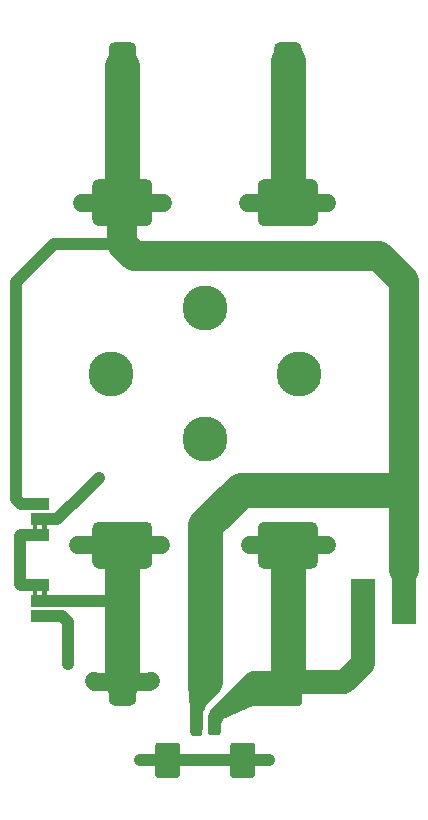
<source format=gtl>
G04 #@! TF.GenerationSoftware,KiCad,Pcbnew,(5.1.7)-1*
G04 #@! TF.CreationDate,2021-07-05T13:34:58+04:00*
G04 #@! TF.ProjectId,pcb_batteryHolder,7063625f-6261-4747-9465-7279486f6c64,1.0*
G04 #@! TF.SameCoordinates,PX8f0d180PY5f5e100*
G04 #@! TF.FileFunction,Copper,L1,Top*
G04 #@! TF.FilePolarity,Positive*
%FSLAX46Y46*%
G04 Gerber Fmt 4.6, Leading zero omitted, Abs format (unit mm)*
G04 Created by KiCad (PCBNEW (5.1.7)-1) date 2021-07-05 13:34:58*
%MOMM*%
%LPD*%
G01*
G04 APERTURE LIST*
G04 #@! TA.AperFunction,EtchedComponent*
%ADD10C,0.100000*%
G04 #@! TD*
G04 #@! TA.AperFunction,SMDPad,CuDef*
%ADD11R,2.000000X3.800000*%
G04 #@! TD*
G04 #@! TA.AperFunction,ComponentPad*
%ADD12C,3.810000*%
G04 #@! TD*
G04 #@! TA.AperFunction,SMDPad,CuDef*
%ADD13R,1.500000X1.000000*%
G04 #@! TD*
G04 #@! TA.AperFunction,ViaPad*
%ADD14C,0.800000*%
G04 #@! TD*
G04 #@! TA.AperFunction,Conductor*
%ADD15C,1.000000*%
G04 #@! TD*
G04 #@! TA.AperFunction,Conductor*
%ADD16C,1.500000*%
G04 #@! TD*
G04 #@! TA.AperFunction,Conductor*
%ADD17C,3.000000*%
G04 #@! TD*
G04 #@! TA.AperFunction,Conductor*
%ADD18C,0.800000*%
G04 #@! TD*
G04 #@! TA.AperFunction,Conductor*
%ADD19C,2.500000*%
G04 #@! TD*
G04 #@! TA.AperFunction,Conductor*
%ADD20C,2.000000*%
G04 #@! TD*
G04 #@! TA.AperFunction,Conductor*
%ADD21C,0.254000*%
G04 #@! TD*
G04 #@! TA.AperFunction,Conductor*
%ADD22C,0.100000*%
G04 #@! TD*
G04 #@! TA.AperFunction,Conductor*
%ADD23C,0.200000*%
G04 #@! TD*
G04 APERTURE END LIST*
D10*
G36*
X-13400000Y-16300000D02*
G01*
X-13400000Y-16800000D01*
X-13800000Y-16800000D01*
X-13800000Y-16300000D01*
X-13400000Y-16300000D01*
G37*
G36*
X-14200000Y-16300000D02*
G01*
X-14200000Y-16800000D01*
X-14600000Y-16800000D01*
X-14600000Y-16300000D01*
X-14200000Y-16300000D01*
G37*
G36*
X-14600000Y-11200000D02*
G01*
X-14600000Y-10700000D01*
X-14200000Y-10700000D01*
X-14200000Y-11200000D01*
X-14600000Y-11200000D01*
G37*
G36*
X-13800000Y-11200000D02*
G01*
X-13800000Y-10700000D01*
X-13400000Y-10700000D01*
X-13400000Y-11200000D01*
X-13800000Y-11200000D01*
G37*
D11*
X13350001Y-17250000D03*
X16800000Y-17300000D03*
D12*
X0Y7549900D03*
X0Y-3549900D03*
X-7937500Y2000000D03*
X7937500Y2000000D03*
G04 #@! TA.AperFunction,SMDPad,CuDef*
G36*
G01*
X-6331675Y26130000D02*
X-7668325Y26130000D01*
G75*
G02*
X-8168400Y26630075I0J500075D01*
G01*
X-8168400Y29592325D01*
G75*
G02*
X-7668325Y30092400I500075J0D01*
G01*
X-6331675Y30092400D01*
G75*
G02*
X-5831600Y29592325I0J-500075D01*
G01*
X-5831600Y26630075D01*
G75*
G02*
X-6331675Y26130000I-500075J0D01*
G01*
G37*
G04 #@! TD.AperFunction*
G04 #@! TA.AperFunction,SMDPad,CuDef*
G36*
G01*
X-4958960Y14523400D02*
X-9041040Y14523400D01*
G75*
G02*
X-9540000Y15022360I0J498960D01*
G01*
X-9540000Y17984440D01*
G75*
G02*
X-9041040Y18483400I498960J0D01*
G01*
X-4958960Y18483400D01*
G75*
G02*
X-4460000Y17984440I0J-498960D01*
G01*
X-4460000Y15022360D01*
G75*
G02*
X-4958960Y14523400I-498960J0D01*
G01*
G37*
G04 #@! TD.AperFunction*
G04 #@! TA.AperFunction,SMDPad,CuDef*
G36*
G01*
X-6331675Y-26092400D02*
X-7668325Y-26092400D01*
G75*
G02*
X-8168400Y-25592325I0J500075D01*
G01*
X-8168400Y-22630075D01*
G75*
G02*
X-7668325Y-22130000I500075J0D01*
G01*
X-6331675Y-22130000D01*
G75*
G02*
X-5831600Y-22630075I0J-500075D01*
G01*
X-5831600Y-25592325D01*
G75*
G02*
X-6331675Y-26092400I-500075J0D01*
G01*
G37*
G04 #@! TD.AperFunction*
G04 #@! TA.AperFunction,SMDPad,CuDef*
G36*
G01*
X-4958960Y-14483400D02*
X-9041040Y-14483400D01*
G75*
G02*
X-9540000Y-13984440I0J498960D01*
G01*
X-9540000Y-11022360D01*
G75*
G02*
X-9041040Y-10523400I498960J0D01*
G01*
X-4958960Y-10523400D01*
G75*
G02*
X-4460000Y-11022360I0J-498960D01*
G01*
X-4460000Y-13984440D01*
G75*
G02*
X-4958960Y-14483400I-498960J0D01*
G01*
G37*
G04 #@! TD.AperFunction*
G04 #@! TA.AperFunction,SMDPad,CuDef*
G36*
G01*
X9041040Y-14483400D02*
X4958960Y-14483400D01*
G75*
G02*
X4460000Y-13984440I0J498960D01*
G01*
X4460000Y-11022360D01*
G75*
G02*
X4958960Y-10523400I498960J0D01*
G01*
X9041040Y-10523400D01*
G75*
G02*
X9540000Y-11022360I0J-498960D01*
G01*
X9540000Y-13984440D01*
G75*
G02*
X9041040Y-14483400I-498960J0D01*
G01*
G37*
G04 #@! TD.AperFunction*
G04 #@! TA.AperFunction,SMDPad,CuDef*
G36*
G01*
X7668325Y-26092400D02*
X6331675Y-26092400D01*
G75*
G02*
X5831600Y-25592325I0J500075D01*
G01*
X5831600Y-22630075D01*
G75*
G02*
X6331675Y-22130000I500075J0D01*
G01*
X7668325Y-22130000D01*
G75*
G02*
X8168400Y-22630075I0J-500075D01*
G01*
X8168400Y-25592325D01*
G75*
G02*
X7668325Y-26092400I-500075J0D01*
G01*
G37*
G04 #@! TD.AperFunction*
G04 #@! TA.AperFunction,SMDPad,CuDef*
G36*
G01*
X9041040Y14523400D02*
X4958960Y14523400D01*
G75*
G02*
X4460000Y15022360I0J498960D01*
G01*
X4460000Y17984440D01*
G75*
G02*
X4958960Y18483400I498960J0D01*
G01*
X9041040Y18483400D01*
G75*
G02*
X9540000Y17984440I0J-498960D01*
G01*
X9540000Y15022360D01*
G75*
G02*
X9041040Y14523400I-498960J0D01*
G01*
G37*
G04 #@! TD.AperFunction*
G04 #@! TA.AperFunction,SMDPad,CuDef*
G36*
G01*
X7668325Y26130000D02*
X6331675Y26130000D01*
G75*
G02*
X5831600Y26630075I0J500075D01*
G01*
X5831600Y29592325D01*
G75*
G02*
X6331675Y30092400I500075J0D01*
G01*
X7668325Y30092400D01*
G75*
G02*
X8168400Y29592325I0J-500075D01*
G01*
X8168400Y26630075D01*
G75*
G02*
X7668325Y26130000I-500075J0D01*
G01*
G37*
G04 #@! TD.AperFunction*
G04 #@! TA.AperFunction,SMDPad,CuDef*
G36*
G01*
X-1025000Y-28410000D02*
X-1025000Y-27510000D01*
G75*
G02*
X-825000Y-27310000I200000J0D01*
G01*
X-425000Y-27310000D01*
G75*
G02*
X-225000Y-27510000I0J-200000D01*
G01*
X-225000Y-28410000D01*
G75*
G02*
X-425000Y-28610000I-200000J0D01*
G01*
X-825000Y-28610000D01*
G75*
G02*
X-1025000Y-28410000I0J200000D01*
G01*
G37*
G04 #@! TD.AperFunction*
G04 #@! TA.AperFunction,SMDPad,CuDef*
G36*
G01*
X225000Y-28410000D02*
X225000Y-27510000D01*
G75*
G02*
X425000Y-27310000I200000J0D01*
G01*
X825000Y-27310000D01*
G75*
G02*
X1025000Y-27510000I0J-200000D01*
G01*
X1025000Y-28410000D01*
G75*
G02*
X825000Y-28610000I-200000J0D01*
G01*
X425000Y-28610000D01*
G75*
G02*
X225000Y-28410000I0J200000D01*
G01*
G37*
G04 #@! TD.AperFunction*
G04 #@! TA.AperFunction,SMDPad,CuDef*
G36*
G01*
X-4225000Y-31960001D02*
X-4225000Y-29459999D01*
G75*
G02*
X-3975001Y-29210000I249999J0D01*
G01*
X-2374999Y-29210000D01*
G75*
G02*
X-2125000Y-29459999I0J-249999D01*
G01*
X-2125000Y-31960001D01*
G75*
G02*
X-2374999Y-32210000I-249999J0D01*
G01*
X-3975001Y-32210000D01*
G75*
G02*
X-4225000Y-31960001I0J249999D01*
G01*
G37*
G04 #@! TD.AperFunction*
G04 #@! TA.AperFunction,SMDPad,CuDef*
G36*
G01*
X2125000Y-31960001D02*
X2125000Y-29459999D01*
G75*
G02*
X2374999Y-29210000I249999J0D01*
G01*
X3975001Y-29210000D01*
G75*
G02*
X4225000Y-29459999I0J-249999D01*
G01*
X4225000Y-31960001D01*
G75*
G02*
X3975001Y-32210000I-249999J0D01*
G01*
X2374999Y-32210000D01*
G75*
G02*
X2125000Y-31960001I0J249999D01*
G01*
G37*
G04 #@! TD.AperFunction*
D13*
X-14000000Y-15900000D03*
X-14000000Y-18500000D03*
X-14000000Y-17200000D03*
X-14000000Y-11600000D03*
X-14000000Y-9000000D03*
X-14000000Y-10300000D03*
D14*
X-5500000Y-30700000D03*
X5400000Y-30700000D03*
X-3600000Y16500000D03*
X-10400000Y16500000D03*
X-7000000Y24800000D03*
X-7000000Y23000000D03*
X-7000000Y21000000D03*
X-7000000Y19200000D03*
X10300000Y-12500000D03*
X3800000Y-12500000D03*
X7000000Y-21300000D03*
X7000000Y-19400000D03*
X7000000Y-17600000D03*
X7000000Y-15900000D03*
X-11600000Y-20600000D03*
X-11600000Y-22600000D03*
X-11600000Y-21600000D03*
X10300000Y16500000D03*
X3600000Y16500000D03*
X7000000Y19300000D03*
X7000000Y20900000D03*
X7000000Y22800000D03*
X7000000Y25000000D03*
X-11000000Y-8800000D03*
X-9000000Y-6800000D03*
X-10100000Y-7900000D03*
X-10750000Y-12500000D03*
X-3750000Y-12500000D03*
X-9400000Y-24000000D03*
X-4600000Y-24000000D03*
X-7000000Y-17600000D03*
X-7000000Y-19400000D03*
X-7000000Y-15800000D03*
X-7000000Y-21400000D03*
D15*
X5390000Y-30710000D02*
X5400000Y-30700000D01*
X3175000Y-30710000D02*
X5390000Y-30710000D01*
X-5490000Y-30710000D02*
X-5500000Y-30700000D01*
X-3175000Y-30710000D02*
X-5490000Y-30710000D01*
X3175000Y-30710000D02*
X-3210000Y-30710000D01*
D16*
X-3603400Y16503400D02*
X-3600000Y16500000D01*
X-7000000Y16503400D02*
X-3603400Y16503400D01*
X-10396600Y16503400D02*
X-10400000Y16500000D01*
X-7000000Y16503400D02*
X-10396600Y16503400D01*
D17*
X-7000000Y23000000D02*
X-7000000Y21000000D01*
X-7000000Y21000000D02*
X-7000000Y19200000D01*
X-7000000Y19200000D02*
X-7000000Y16500000D01*
D18*
X-625000Y-27960000D02*
X-625000Y-25825000D01*
X-625000Y-25825000D02*
X0Y-25200000D01*
D19*
X16800000Y-14600000D02*
X16800000Y-7600000D01*
D15*
X0Y-25200000D02*
X0Y-11400000D01*
X16300000Y-8100000D02*
X16800000Y-7600000D01*
D17*
X0Y-11400000D02*
X0Y-24000000D01*
D19*
X-7000000Y13000000D02*
X-7000000Y19200000D01*
D17*
X16000000Y-7800000D02*
X16300000Y-8100000D01*
X3000000Y-7800000D02*
X16000000Y-7800000D01*
X0Y-10800000D02*
X3000000Y-7800000D01*
X0Y-11400000D02*
X0Y-10800000D01*
D20*
X16800000Y-17300000D02*
X16800000Y-14600000D01*
D17*
X-7000000Y28111200D02*
X-7000000Y24800000D01*
X-7000000Y24800000D02*
X-7000000Y16503400D01*
D15*
X-12800000Y13000000D02*
X-7000000Y13000000D01*
X-16000000Y9800000D02*
X-12800000Y13000000D01*
X-16000000Y-8600000D02*
X-16000000Y9800000D01*
X-15600000Y-9000000D02*
X-16000000Y-8600000D01*
X-14000000Y-9000000D02*
X-15600000Y-9000000D01*
D19*
X-6000000Y12000000D02*
X-7000000Y13000000D01*
X14700000Y12000000D02*
X-6000000Y12000000D01*
X16800000Y9900000D02*
X14700000Y12000000D01*
X16800000Y-7600000D02*
X16800000Y9900000D01*
D17*
X7000000Y-24111200D02*
X7000000Y-21300000D01*
D16*
X10296600Y-12503400D02*
X10300000Y-12500000D01*
X7000000Y-12503400D02*
X10296600Y-12503400D01*
X3803400Y-12503400D02*
X3800000Y-12500000D01*
X7000000Y-12503400D02*
X3803400Y-12503400D01*
X3911200Y-24111200D02*
X3900000Y-24100000D01*
X7000000Y-24111200D02*
X3911200Y-24111200D01*
X7000000Y-24111200D02*
X10188794Y-24111200D01*
X10188794Y-24111200D02*
X10199994Y-24100000D01*
D17*
X7000000Y-21300000D02*
X7000000Y-19400000D01*
X7000000Y-19400000D02*
X7000000Y-17600000D01*
X7000000Y-17600000D02*
X7000000Y-15900000D01*
X7000000Y-15900000D02*
X7000000Y-12500000D01*
D20*
X10199994Y-24100000D02*
X6900000Y-24100000D01*
D18*
X625000Y-27960000D02*
X625000Y-26975000D01*
X3500000Y-24100000D02*
X3900000Y-24100000D01*
X625000Y-26975000D02*
X3500000Y-24100000D01*
D20*
X11800000Y-24100000D02*
X10199994Y-24100000D01*
X13350001Y-22549999D02*
X11800000Y-24100000D01*
X13350001Y-18250000D02*
X13350001Y-22549999D01*
D15*
X-14000000Y-18500000D02*
X-12100000Y-18500000D01*
X-12100000Y-18500000D02*
X-11600000Y-19000000D01*
X-11600000Y-20600000D02*
X-11600000Y-21600000D01*
X-11600000Y-19000000D02*
X-11600000Y-20600000D01*
X-11600000Y-22600000D02*
X-11600000Y-22600000D01*
X-11600000Y-21600000D02*
X-11600000Y-22600000D01*
D17*
X7000000Y16503400D02*
X7000000Y19300000D01*
D16*
X10296600Y16503400D02*
X10300000Y16500000D01*
X7000000Y16503400D02*
X10296600Y16503400D01*
X3603400Y16503400D02*
X3600000Y16500000D01*
X7000000Y16503400D02*
X3603400Y16503400D01*
D17*
X7000000Y19300000D02*
X7000000Y20900000D01*
X7000000Y20900000D02*
X7000000Y22800000D01*
X7000000Y25000000D02*
X7000000Y28500000D01*
X7000000Y24800000D02*
X7000000Y25000000D01*
X7000000Y22800000D02*
X7000000Y24800000D01*
D15*
X-12500000Y-10300000D02*
X-10100000Y-7900000D01*
X-14000000Y-10300000D02*
X-12500000Y-10300000D01*
X-9000000Y-6800000D02*
X-9000000Y-6800000D01*
X-10100000Y-7900000D02*
X-9000000Y-6800000D01*
D17*
X-7000000Y-24111200D02*
X-7000000Y-21400000D01*
D16*
X-10746600Y-12503400D02*
X-10750000Y-12500000D01*
X-7000000Y-12503400D02*
X-10746600Y-12503400D01*
X-3753400Y-12503400D02*
X-3750000Y-12500000D01*
X-7000000Y-12503400D02*
X-3753400Y-12503400D01*
X-9288800Y-24111200D02*
X-9400000Y-24000000D01*
X-7000000Y-24111200D02*
X-9288800Y-24111200D01*
X-4711200Y-24111200D02*
X-4600000Y-24000000D01*
X-7000000Y-24111200D02*
X-4711200Y-24111200D01*
D17*
X-7000000Y-17600000D02*
X-7000000Y-15800000D01*
X-7000000Y-19400000D02*
X-7000000Y-17600000D01*
X-7000000Y-15800000D02*
X-7000000Y-12503400D01*
X-7000000Y-21400000D02*
X-7000000Y-19400000D01*
D15*
X-7400000Y-17200000D02*
X-7000000Y-17600000D01*
X-14000000Y-17200000D02*
X-7400000Y-17200000D01*
X-15600000Y-15900000D02*
X-14000000Y-15900000D01*
X-15700000Y-15800000D02*
X-15600000Y-15900000D01*
X-15700000Y-11700000D02*
X-15700000Y-15800000D01*
X-15600000Y-11600000D02*
X-15700000Y-11700000D01*
X-14000000Y-11600000D02*
X-15600000Y-11600000D01*
D21*
X1220517Y-23849647D02*
X1299238Y-24000674D01*
X1047882Y-24754745D01*
X854819Y-25052464D01*
X-38386Y-25871236D01*
X-55001Y-25889777D01*
X-69902Y-25916254D01*
X-208646Y-26251210D01*
X-215873Y-26275034D01*
X-218193Y-26305328D01*
X-215483Y-26367653D01*
X-239734Y-26397203D01*
X-335840Y-26577007D01*
X-395023Y-26772105D01*
X-415006Y-26975000D01*
X-409999Y-27025837D01*
X-410000Y-27478804D01*
X-413072Y-27510000D01*
X-413072Y-28410000D01*
X-406867Y-28473000D01*
X-1047394Y-28473000D01*
X-1173000Y-28347394D01*
X-1173000Y-26700000D01*
X-1173110Y-26694722D01*
X-1189719Y-26295413D01*
X-1190048Y-26290144D01*
X-1355906Y-24299846D01*
X-1321926Y-23929734D01*
X-1144153Y-23277905D01*
X-993102Y-23193760D01*
X1220517Y-23849647D01*
G04 #@! TA.AperFunction,Conductor*
D22*
G36*
X1220517Y-23849647D02*
G01*
X1299238Y-24000674D01*
X1047882Y-24754745D01*
X854819Y-25052464D01*
X-38386Y-25871236D01*
X-55001Y-25889777D01*
X-69902Y-25916254D01*
X-208646Y-26251210D01*
X-215873Y-26275034D01*
X-218193Y-26305328D01*
X-215483Y-26367653D01*
X-239734Y-26397203D01*
X-335840Y-26577007D01*
X-395023Y-26772105D01*
X-415006Y-26975000D01*
X-409999Y-27025837D01*
X-410000Y-27478804D01*
X-413072Y-27510000D01*
X-413072Y-28410000D01*
X-406867Y-28473000D01*
X-1047394Y-28473000D01*
X-1173000Y-28347394D01*
X-1173000Y-26700000D01*
X-1173110Y-26694722D01*
X-1189719Y-26295413D01*
X-1190048Y-26290144D01*
X-1355906Y-24299846D01*
X-1321926Y-23929734D01*
X-1144153Y-23277905D01*
X-993102Y-23193760D01*
X1220517Y-23849647D01*
G37*
G04 #@! TD.AperFunction*
D23*
X8100000Y-23341422D02*
X8100000Y-25858578D01*
X7958578Y-26000000D01*
X4200000Y-26000000D01*
X4178548Y-26002328D01*
X3796956Y-26086140D01*
X3776502Y-26093016D01*
X1539686Y-27125392D01*
X1522778Y-27135312D01*
X1508130Y-27148340D01*
X1497358Y-27162293D01*
X1315766Y-27446105D01*
X1306871Y-27463573D01*
X1301553Y-27482442D01*
X1300000Y-27500000D01*
X1300000Y-28358578D01*
X1158578Y-28500000D01*
X606845Y-28500000D01*
X607857Y-28486791D01*
X603513Y-28286885D01*
X603082Y-28273684D01*
X526609Y-26514813D01*
X3715226Y-23326196D01*
X4019891Y-23200000D01*
X7958578Y-23200000D01*
X8100000Y-23341422D01*
G04 #@! TA.AperFunction,Conductor*
D22*
G36*
X8100000Y-23341422D02*
G01*
X8100000Y-25858578D01*
X7958578Y-26000000D01*
X4200000Y-26000000D01*
X4178548Y-26002328D01*
X3796956Y-26086140D01*
X3776502Y-26093016D01*
X1539686Y-27125392D01*
X1522778Y-27135312D01*
X1508130Y-27148340D01*
X1497358Y-27162293D01*
X1315766Y-27446105D01*
X1306871Y-27463573D01*
X1301553Y-27482442D01*
X1300000Y-27500000D01*
X1300000Y-28358578D01*
X1158578Y-28500000D01*
X606845Y-28500000D01*
X607857Y-28486791D01*
X603513Y-28286885D01*
X603082Y-28273684D01*
X526609Y-26514813D01*
X3715226Y-23326196D01*
X4019891Y-23200000D01*
X7958578Y-23200000D01*
X8100000Y-23341422D01*
G37*
G04 #@! TD.AperFunction*
M02*

</source>
